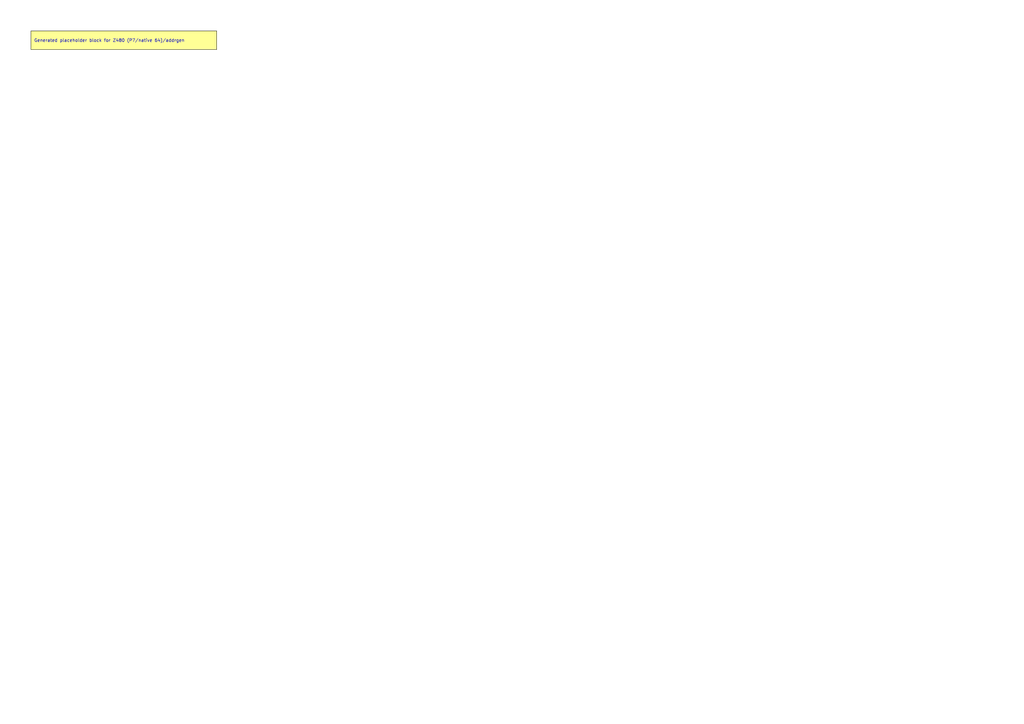
<source format=kicad_sch>
(kicad_sch
	(version 20250114)
	(generator "kicadgen")
	(generator_version "0.2")
	(uuid "fe3ccc13-ad6f-56c0-b075-378fe568441d")
	(paper "A3")
	(title_block
		(title "Z480 (P7/native 64)::addrgen")
		(company "Project Carbon")
		(comment 1 "Generated - do not edit in generated/")
		(comment 2 "Edit in schem/kicad9/manual/ or refine mapping specs")
	)
	(lib_symbols)
	(text_box
		"Generated placeholder block for Z480 (P7/native 64)/addrgen"
		(exclude_from_sim no)
		(at
			12.7
			12.7
			0
		)
		(size 76.2 7.62)
		(margins
			1.27
			1.27
			1.27
			1.27
		)
		(stroke
			(width 0)
			(type default)
			(color
				0
				0
				0
				1
			)
		)
		(fill
			(type color)
			(color
				255
				255
				150
				1
			)
		)
		(effects
			(font
				(size 1.27 1.27)
			)
			(justify left)
		)
		(uuid "131e664a-af2d-5e8a-88dd-a8566fe6ccb8")
	)
	(sheet_instances
		(path
			"/"
			(page "1")
		)
	)
	(embedded_fonts no)
)

</source>
